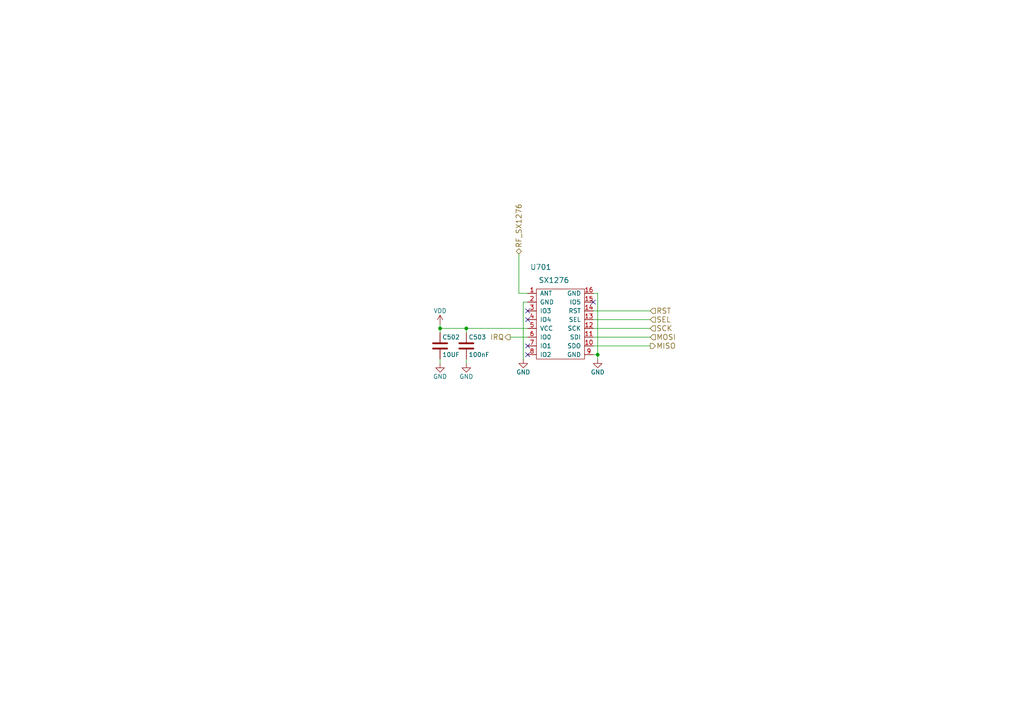
<source format=kicad_sch>
(kicad_sch
	(version 20231120)
	(generator "eeschema")
	(generator_version "8.0")
	(uuid "6b67912a-6f76-4ea7-bb4f-4e8ed72964bb")
	(paper "A4")
	(lib_symbols
		(symbol "Device:C"
			(pin_numbers hide)
			(pin_names
				(offset 0.254)
			)
			(exclude_from_sim no)
			(in_bom yes)
			(on_board yes)
			(property "Reference" "C"
				(at 0.635 2.54 0)
				(effects
					(font
						(size 1.27 1.27)
					)
					(justify left)
				)
			)
			(property "Value" "C"
				(at 0.635 -2.54 0)
				(effects
					(font
						(size 1.27 1.27)
					)
					(justify left)
				)
			)
			(property "Footprint" ""
				(at 0.9652 -3.81 0)
				(effects
					(font
						(size 1.27 1.27)
					)
					(hide yes)
				)
			)
			(property "Datasheet" "~"
				(at 0 0 0)
				(effects
					(font
						(size 1.27 1.27)
					)
					(hide yes)
				)
			)
			(property "Description" "Unpolarized capacitor"
				(at 0 0 0)
				(effects
					(font
						(size 1.27 1.27)
					)
					(hide yes)
				)
			)
			(property "ki_keywords" "cap capacitor"
				(at 0 0 0)
				(effects
					(font
						(size 1.27 1.27)
					)
					(hide yes)
				)
			)
			(property "ki_fp_filters" "C_*"
				(at 0 0 0)
				(effects
					(font
						(size 1.27 1.27)
					)
					(hide yes)
				)
			)
			(symbol "C_0_1"
				(polyline
					(pts
						(xy -2.032 -0.762) (xy 2.032 -0.762)
					)
					(stroke
						(width 0.508)
						(type default)
					)
					(fill
						(type none)
					)
				)
				(polyline
					(pts
						(xy -2.032 0.762) (xy 2.032 0.762)
					)
					(stroke
						(width 0.508)
						(type default)
					)
					(fill
						(type none)
					)
				)
			)
			(symbol "C_1_1"
				(pin passive line
					(at 0 3.81 270)
					(length 2.794)
					(name "~"
						(effects
							(font
								(size 1.27 1.27)
							)
						)
					)
					(number "1"
						(effects
							(font
								(size 1.27 1.27)
							)
						)
					)
				)
				(pin passive line
					(at 0 -3.81 90)
					(length 2.794)
					(name "~"
						(effects
							(font
								(size 1.27 1.27)
							)
						)
					)
					(number "2"
						(effects
							(font
								(size 1.27 1.27)
							)
						)
					)
				)
			)
		)
		(symbol "Luc_Kicad:SX1276"
			(pin_names
				(offset 1.016)
			)
			(exclude_from_sim no)
			(in_bom yes)
			(on_board yes)
			(property "Reference" "U"
				(at 3.81 7.62 0)
				(effects
					(font
						(size 1.524 1.524)
					)
				)
			)
			(property "Value" "SX1276"
				(at 7.62 3.81 0)
				(effects
					(font
						(size 1.524 1.524)
					)
				)
			)
			(property "Footprint" ""
				(at 0 0 0)
				(effects
					(font
						(size 1.524 1.524)
					)
					(hide yes)
				)
			)
			(property "Datasheet" ""
				(at 0 0 0)
				(effects
					(font
						(size 1.524 1.524)
					)
					(hide yes)
				)
			)
			(property "Description" ""
				(at 0 0 0)
				(effects
					(font
						(size 1.27 1.27)
					)
					(hide yes)
				)
			)
			(symbol "SX1276_0_1"
				(rectangle
					(start 2.54 1.27)
					(end 16.51 -19.05)
					(stroke
						(width 0)
						(type solid)
					)
					(fill
						(type none)
					)
				)
			)
			(symbol "SX1276_1_1"
				(pin passive line
					(at 0 0 0)
					(length 2.54)
					(name "ANT"
						(effects
							(font
								(size 1.27 1.27)
							)
						)
					)
					(number "1"
						(effects
							(font
								(size 1.27 1.27)
							)
						)
					)
				)
				(pin passive line
					(at 19.05 -15.24 180)
					(length 2.54)
					(name "SDO"
						(effects
							(font
								(size 1.27 1.27)
							)
						)
					)
					(number "10"
						(effects
							(font
								(size 1.27 1.27)
							)
						)
					)
				)
				(pin passive line
					(at 19.05 -12.7 180)
					(length 2.54)
					(name "SDI"
						(effects
							(font
								(size 1.27 1.27)
							)
						)
					)
					(number "11"
						(effects
							(font
								(size 1.27 1.27)
							)
						)
					)
				)
				(pin passive line
					(at 19.05 -10.16 180)
					(length 2.54)
					(name "SCK"
						(effects
							(font
								(size 1.27 1.27)
							)
						)
					)
					(number "12"
						(effects
							(font
								(size 1.27 1.27)
							)
						)
					)
				)
				(pin passive line
					(at 19.05 -7.62 180)
					(length 2.54)
					(name "SEL"
						(effects
							(font
								(size 1.27 1.27)
							)
						)
					)
					(number "13"
						(effects
							(font
								(size 1.27 1.27)
							)
						)
					)
				)
				(pin passive line
					(at 19.05 -5.08 180)
					(length 2.54)
					(name "RST"
						(effects
							(font
								(size 1.27 1.27)
							)
						)
					)
					(number "14"
						(effects
							(font
								(size 1.27 1.27)
							)
						)
					)
				)
				(pin passive line
					(at 19.05 -2.54 180)
					(length 2.54)
					(name "IO5"
						(effects
							(font
								(size 1.27 1.27)
							)
						)
					)
					(number "15"
						(effects
							(font
								(size 1.27 1.27)
							)
						)
					)
				)
				(pin passive line
					(at 19.05 0 180)
					(length 2.54)
					(name "GND"
						(effects
							(font
								(size 1.27 1.27)
							)
						)
					)
					(number "16"
						(effects
							(font
								(size 1.27 1.27)
							)
						)
					)
				)
				(pin passive line
					(at 0 -2.54 0)
					(length 2.54)
					(name "GND"
						(effects
							(font
								(size 1.27 1.27)
							)
						)
					)
					(number "2"
						(effects
							(font
								(size 1.27 1.27)
							)
						)
					)
				)
				(pin passive line
					(at 0 -5.08 0)
					(length 2.54)
					(name "IO3"
						(effects
							(font
								(size 1.27 1.27)
							)
						)
					)
					(number "3"
						(effects
							(font
								(size 1.27 1.27)
							)
						)
					)
				)
				(pin passive line
					(at 0 -7.62 0)
					(length 2.54)
					(name "IO4"
						(effects
							(font
								(size 1.27 1.27)
							)
						)
					)
					(number "4"
						(effects
							(font
								(size 1.27 1.27)
							)
						)
					)
				)
				(pin passive line
					(at 0 -10.16 0)
					(length 2.54)
					(name "VCC"
						(effects
							(font
								(size 1.27 1.27)
							)
						)
					)
					(number "5"
						(effects
							(font
								(size 1.27 1.27)
							)
						)
					)
				)
				(pin passive line
					(at 0 -12.7 0)
					(length 2.54)
					(name "IO0"
						(effects
							(font
								(size 1.27 1.27)
							)
						)
					)
					(number "6"
						(effects
							(font
								(size 1.27 1.27)
							)
						)
					)
				)
				(pin passive line
					(at 0 -15.24 0)
					(length 2.54)
					(name "IO1"
						(effects
							(font
								(size 1.27 1.27)
							)
						)
					)
					(number "7"
						(effects
							(font
								(size 1.27 1.27)
							)
						)
					)
				)
				(pin passive line
					(at 0 -17.78 0)
					(length 2.54)
					(name "IO2"
						(effects
							(font
								(size 1.27 1.27)
							)
						)
					)
					(number "8"
						(effects
							(font
								(size 1.27 1.27)
							)
						)
					)
				)
				(pin passive line
					(at 19.05 -17.78 180)
					(length 2.54)
					(name "GND"
						(effects
							(font
								(size 1.27 1.27)
							)
						)
					)
					(number "9"
						(effects
							(font
								(size 1.27 1.27)
							)
						)
					)
				)
			)
		)
		(symbol "power:GND"
			(power)
			(pin_names
				(offset 0)
			)
			(exclude_from_sim no)
			(in_bom yes)
			(on_board yes)
			(property "Reference" "#PWR"
				(at 0 -6.35 0)
				(effects
					(font
						(size 1.27 1.27)
					)
					(hide yes)
				)
			)
			(property "Value" "GND"
				(at 0 -3.81 0)
				(effects
					(font
						(size 1.27 1.27)
					)
				)
			)
			(property "Footprint" ""
				(at 0 0 0)
				(effects
					(font
						(size 1.27 1.27)
					)
					(hide yes)
				)
			)
			(property "Datasheet" ""
				(at 0 0 0)
				(effects
					(font
						(size 1.27 1.27)
					)
					(hide yes)
				)
			)
			(property "Description" "Power symbol creates a global label with name \"GND\" , ground"
				(at 0 0 0)
				(effects
					(font
						(size 1.27 1.27)
					)
					(hide yes)
				)
			)
			(property "ki_keywords" "global power"
				(at 0 0 0)
				(effects
					(font
						(size 1.27 1.27)
					)
					(hide yes)
				)
			)
			(symbol "GND_0_1"
				(polyline
					(pts
						(xy 0 0) (xy 0 -1.27) (xy 1.27 -1.27) (xy 0 -2.54) (xy -1.27 -1.27) (xy 0 -1.27)
					)
					(stroke
						(width 0)
						(type default)
					)
					(fill
						(type none)
					)
				)
			)
			(symbol "GND_1_1"
				(pin power_in line
					(at 0 0 270)
					(length 0) hide
					(name "GND"
						(effects
							(font
								(size 1.27 1.27)
							)
						)
					)
					(number "1"
						(effects
							(font
								(size 1.27 1.27)
							)
						)
					)
				)
			)
		)
		(symbol "power:VDD"
			(power)
			(pin_names
				(offset 0)
			)
			(exclude_from_sim no)
			(in_bom yes)
			(on_board yes)
			(property "Reference" "#PWR"
				(at 0 -3.81 0)
				(effects
					(font
						(size 1.27 1.27)
					)
					(hide yes)
				)
			)
			(property "Value" "VDD"
				(at 0 3.81 0)
				(effects
					(font
						(size 1.27 1.27)
					)
				)
			)
			(property "Footprint" ""
				(at 0 0 0)
				(effects
					(font
						(size 1.27 1.27)
					)
					(hide yes)
				)
			)
			(property "Datasheet" ""
				(at 0 0 0)
				(effects
					(font
						(size 1.27 1.27)
					)
					(hide yes)
				)
			)
			(property "Description" "Power symbol creates a global label with name \"VDD\""
				(at 0 0 0)
				(effects
					(font
						(size 1.27 1.27)
					)
					(hide yes)
				)
			)
			(property "ki_keywords" "global power"
				(at 0 0 0)
				(effects
					(font
						(size 1.27 1.27)
					)
					(hide yes)
				)
			)
			(symbol "VDD_0_1"
				(polyline
					(pts
						(xy -0.762 1.27) (xy 0 2.54)
					)
					(stroke
						(width 0)
						(type default)
					)
					(fill
						(type none)
					)
				)
				(polyline
					(pts
						(xy 0 0) (xy 0 2.54)
					)
					(stroke
						(width 0)
						(type default)
					)
					(fill
						(type none)
					)
				)
				(polyline
					(pts
						(xy 0 2.54) (xy 0.762 1.27)
					)
					(stroke
						(width 0)
						(type default)
					)
					(fill
						(type none)
					)
				)
			)
			(symbol "VDD_1_1"
				(pin power_in line
					(at 0 0 90)
					(length 0) hide
					(name "VDD"
						(effects
							(font
								(size 1.27 1.27)
							)
						)
					)
					(number "1"
						(effects
							(font
								(size 1.27 1.27)
							)
						)
					)
				)
			)
		)
	)
	(junction
		(at 135.255 95.25)
		(diameter 0)
		(color 0 0 0 0)
		(uuid "da2a6f73-557c-463a-8dd4-02e25dc1bf7a")
	)
	(junction
		(at 127.635 95.25)
		(diameter 0)
		(color 0 0 0 0)
		(uuid "e86a8e3f-3eb8-4525-b4d5-167d9b2b1bcd")
	)
	(junction
		(at 173.355 102.87)
		(diameter 0)
		(color 0 0 0 0)
		(uuid "f9991eb7-df75-4ace-a7d5-17a4f5cc2d7f")
	)
	(no_connect
		(at 153.035 102.87)
		(uuid "0ef68d8a-9ba9-44ac-b945-ae9cc12dd0f2")
	)
	(no_connect
		(at 153.035 92.71)
		(uuid "15fa730a-576a-4625-9cc9-fc57857f3944")
	)
	(no_connect
		(at 153.035 90.17)
		(uuid "4a930009-59c7-4403-a3e7-f7b3d0e952c0")
	)
	(no_connect
		(at 172.085 87.63)
		(uuid "4dc065c9-24b0-4beb-ac32-9b28da3bef50")
	)
	(no_connect
		(at 153.035 100.33)
		(uuid "6b8673de-666c-4d54-a0f2-02c586cf30f4")
	)
	(wire
		(pts
			(xy 172.085 102.87) (xy 173.355 102.87)
		)
		(stroke
			(width 0)
			(type default)
		)
		(uuid "16ec7b2f-f13e-4085-b55d-662a0bb18743")
	)
	(wire
		(pts
			(xy 151.765 87.63) (xy 153.035 87.63)
		)
		(stroke
			(width 0)
			(type default)
		)
		(uuid "19c93297-c855-4ed1-a4bf-1cba79efc760")
	)
	(wire
		(pts
			(xy 127.635 95.25) (xy 135.255 95.25)
		)
		(stroke
			(width 0)
			(type default)
		)
		(uuid "2403f130-3d6a-4894-9146-a4d579fb3f8f")
	)
	(wire
		(pts
			(xy 172.085 95.25) (xy 188.595 95.25)
		)
		(stroke
			(width 0)
			(type default)
		)
		(uuid "24d3b2ad-23ea-4b55-be18-5d2239a92de2")
	)
	(wire
		(pts
			(xy 135.255 105.41) (xy 135.255 104.14)
		)
		(stroke
			(width 0)
			(type default)
		)
		(uuid "2c880ec6-966d-4c8d-a511-c8089fbf8b2b")
	)
	(wire
		(pts
			(xy 173.355 102.87) (xy 173.355 104.14)
		)
		(stroke
			(width 0)
			(type default)
		)
		(uuid "2de50c28-30ea-4c99-b933-c8097ab8d56c")
	)
	(wire
		(pts
			(xy 147.955 97.79) (xy 153.035 97.79)
		)
		(stroke
			(width 0)
			(type default)
		)
		(uuid "3bb8a9de-d8ff-4d31-ab6b-35e9f244b817")
	)
	(wire
		(pts
			(xy 172.085 92.71) (xy 188.595 92.71)
		)
		(stroke
			(width 0)
			(type default)
		)
		(uuid "46be3f6a-65a6-46f3-9049-7140a4237e1e")
	)
	(wire
		(pts
			(xy 150.495 73.66) (xy 150.495 85.09)
		)
		(stroke
			(width 0)
			(type default)
		)
		(uuid "5a935209-160f-4fb6-8f06-1e6fd123cb49")
	)
	(wire
		(pts
			(xy 172.085 100.33) (xy 188.595 100.33)
		)
		(stroke
			(width 0)
			(type default)
		)
		(uuid "5bfbada4-1cca-4447-b1bf-60262b302b0c")
	)
	(wire
		(pts
			(xy 127.635 105.41) (xy 127.635 104.14)
		)
		(stroke
			(width 0)
			(type default)
		)
		(uuid "829e2dbf-44b3-430b-bba4-8468f10a74b1")
	)
	(wire
		(pts
			(xy 172.085 90.17) (xy 188.595 90.17)
		)
		(stroke
			(width 0)
			(type default)
		)
		(uuid "889bc922-eb80-4d7e-a0b0-32a13715666b")
	)
	(wire
		(pts
			(xy 151.765 104.14) (xy 151.765 87.63)
		)
		(stroke
			(width 0)
			(type default)
		)
		(uuid "8efd3bdc-6ef8-4e49-989b-617ca558176f")
	)
	(wire
		(pts
			(xy 173.355 85.09) (xy 173.355 102.87)
		)
		(stroke
			(width 0)
			(type default)
		)
		(uuid "92a3458a-5346-4af2-a864-aaf5f56a7599")
	)
	(wire
		(pts
			(xy 173.355 85.09) (xy 172.085 85.09)
		)
		(stroke
			(width 0)
			(type default)
		)
		(uuid "94be1257-b296-4dcd-a827-15a1c1c23e3b")
	)
	(wire
		(pts
			(xy 127.635 95.25) (xy 127.635 96.52)
		)
		(stroke
			(width 0)
			(type default)
		)
		(uuid "a8caa2ec-9453-4100-aa7e-79939bd04a4f")
	)
	(wire
		(pts
			(xy 127.635 93.98) (xy 127.635 95.25)
		)
		(stroke
			(width 0)
			(type default)
		)
		(uuid "c4465409-7c8e-4a28-b2ab-948cbdd9db63")
	)
	(wire
		(pts
			(xy 135.255 95.25) (xy 153.035 95.25)
		)
		(stroke
			(width 0)
			(type default)
		)
		(uuid "cf720ed3-88f7-431c-8a90-30b892f6a25d")
	)
	(wire
		(pts
			(xy 135.255 95.25) (xy 135.255 96.52)
		)
		(stroke
			(width 0)
			(type default)
		)
		(uuid "e587bbc1-2cdf-4152-bd53-3c7f8024ea4b")
	)
	(wire
		(pts
			(xy 172.085 97.79) (xy 188.595 97.79)
		)
		(stroke
			(width 0)
			(type default)
		)
		(uuid "e5d460c7-ad95-42e1-82ce-178ca4940f2c")
	)
	(wire
		(pts
			(xy 150.495 85.09) (xy 153.035 85.09)
		)
		(stroke
			(width 0)
			(type default)
		)
		(uuid "f4cc0bac-f6e0-4909-9af9-72b096693bc6")
	)
	(hierarchical_label "MISO"
		(shape output)
		(at 188.595 100.33 0)
		(fields_autoplaced yes)
		(effects
			(font
				(size 1.524 1.524)
			)
			(justify left)
		)
		(uuid "1171aaf3-f448-4545-bfea-9ee21137df4f")
	)
	(hierarchical_label "SCK"
		(shape input)
		(at 188.595 95.25 0)
		(fields_autoplaced yes)
		(effects
			(font
				(size 1.524 1.524)
			)
			(justify left)
		)
		(uuid "1ccc63fc-698f-4b23-86b4-ab6943952193")
	)
	(hierarchical_label "MOSI"
		(shape input)
		(at 188.595 97.79 0)
		(fields_autoplaced yes)
		(effects
			(font
				(size 1.524 1.524)
			)
			(justify left)
		)
		(uuid "43eb94b5-520d-411e-b3c0-a9436fdb0bf5")
	)
	(hierarchical_label "RF_SX1276"
		(shape bidirectional)
		(at 150.495 73.66 90)
		(fields_autoplaced yes)
		(effects
			(font
				(size 1.524 1.524)
			)
			(justify left)
		)
		(uuid "8fc6d211-625b-4fe0-8fc2-a46c02907160")
	)
	(hierarchical_label "RST"
		(shape input)
		(at 188.595 90.17 0)
		(fields_autoplaced yes)
		(effects
			(font
				(size 1.524 1.524)
			)
			(justify left)
		)
		(uuid "a6f4c0c7-7bbc-4dc2-9b16-c2c1d05cb7d7")
	)
	(hierarchical_label "IRQ"
		(shape output)
		(at 147.955 97.79 180)
		(fields_autoplaced yes)
		(effects
			(font
				(size 1.524 1.524)
			)
			(justify right)
		)
		(uuid "e529069d-135b-4708-b2a6-11fb527c594d")
	)
	(hierarchical_label "SEL"
		(shape input)
		(at 188.595 92.71 0)
		(fields_autoplaced yes)
		(effects
			(font
				(size 1.524 1.524)
			)
			(justify left)
		)
		(uuid "fda0f3fe-00cf-4b77-812e-3f6e85de15d2")
	)
	(symbol
		(lib_id "Device:C")
		(at 135.255 100.33 0)
		(unit 1)
		(exclude_from_sim no)
		(in_bom yes)
		(on_board yes)
		(dnp no)
		(uuid "09aa39cc-f80e-4979-b88a-f4c0bbee0646")
		(property "Reference" "C503"
			(at 135.89 97.79 0)
			(effects
				(font
					(size 1.27 1.27)
				)
				(justify left)
			)
		)
		(property "Value" "100nF"
			(at 135.89 102.87 0)
			(effects
				(font
					(size 1.27 1.27)
				)
				(justify left)
			)
		)
		(property "Footprint" "Luc_Kicad:CMS_1206"
			(at 136.2202 104.14 0)
			(effects
				(font
					(size 1.27 1.27)
				)
				(hide yes)
			)
		)
		(property "Datasheet" ""
			(at 135.255 100.33 0)
			(effects
				(font
					(size 1.27 1.27)
				)
				(hide yes)
			)
		)
		(property "Description" ""
			(at 135.255 100.33 0)
			(effects
				(font
					(size 1.27 1.27)
				)
				(hide yes)
			)
		)
		(property "Article" "-"
			(at 135.255 100.33 0)
			(effects
				(font
					(size 1.524 1.524)
				)
				(hide yes)
			)
		)
		(property "Fab 1" "-"
			(at 135.255 100.33 0)
			(effects
				(font
					(size 1.524 1.524)
				)
				(hide yes)
			)
		)
		(property "Ref Fab 1" "-"
			(at 135.255 100.33 0)
			(effects
				(font
					(size 1.524 1.524)
				)
				(hide yes)
			)
		)
		(property "Fab 2" "-"
			(at 135.255 100.33 0)
			(effects
				(font
					(size 1.524 1.524)
				)
				(hide yes)
			)
		)
		(property "Ref Fab 2" "-"
			(at 135.255 100.33 0)
			(effects
				(font
					(size 1.524 1.524)
				)
				(hide yes)
			)
		)
		(property "Fournisseur" "-"
			(at 135.255 100.33 0)
			(effects
				(font
					(size 1.524 1.524)
				)
				(hide yes)
			)
		)
		(property "Ref Fournisseur" "-"
			(at 135.255 100.33 0)
			(effects
				(font
					(size 1.524 1.524)
				)
				(hide yes)
			)
		)
		(property "A Monter" "Oui"
			(at 135.255 100.33 0)
			(effects
				(font
					(size 1.524 1.524)
				)
				(hide yes)
			)
		)
		(pin "1"
			(uuid "a6b2e0f1-ecd2-4d48-b16b-36efefc24232")
		)
		(pin "2"
			(uuid "35e1cac0-0f78-4ead-8ad8-87b27dfaff1a")
		)
		(instances
			(project "PoulTryMonitoring V3-4"
				(path "/71962616-703a-4f3e-b897-dd3f13246214/00000000-0000-0000-0000-00005c17c4ee"
					(reference "C503")
					(unit 1)
				)
			)
			(project "EcranTFT2.8"
				(path "/dbada24b-ff3e-46c1-af93-5602227a7947/eb45ba98-7bb0-4adb-9af8-3add90537402"
					(reference "C302")
					(unit 1)
				)
			)
		)
	)
	(symbol
		(lib_id "power:VDD")
		(at 127.635 93.98 0)
		(unit 1)
		(exclude_from_sim no)
		(in_bom yes)
		(on_board yes)
		(dnp no)
		(uuid "1c000445-85d1-4394-9c4d-f57420bfd10d")
		(property "Reference" "#PWR0501"
			(at 127.635 97.79 0)
			(effects
				(font
					(size 1.27 1.27)
				)
				(hide yes)
			)
		)
		(property "Value" "VDD"
			(at 127.635 90.17 0)
			(effects
				(font
					(size 1.27 1.27)
				)
			)
		)
		(property "Footprint" ""
			(at 127.635 93.98 0)
			(effects
				(font
					(size 1.27 1.27)
				)
				(hide yes)
			)
		)
		(property "Datasheet" ""
			(at 127.635 93.98 0)
			(effects
				(font
					(size 1.27 1.27)
				)
				(hide yes)
			)
		)
		(property "Description" ""
			(at 127.635 93.98 0)
			(effects
				(font
					(size 1.27 1.27)
				)
				(hide yes)
			)
		)
		(pin "1"
			(uuid "a686b802-94c7-404b-b546-aa2f94916eef")
		)
		(instances
			(project "PoulTryMonitoring V3-4"
				(path "/71962616-703a-4f3e-b897-dd3f13246214/00000000-0000-0000-0000-00005c17c4ee"
					(reference "#PWR0501")
					(unit 1)
				)
			)
			(project "EcranTFT2.8"
				(path "/dbada24b-ff3e-46c1-af93-5602227a7947/eb45ba98-7bb0-4adb-9af8-3add90537402"
					(reference "#PWR0301")
					(unit 1)
				)
			)
		)
	)
	(symbol
		(lib_id "Device:C")
		(at 127.635 100.33 0)
		(unit 1)
		(exclude_from_sim no)
		(in_bom yes)
		(on_board yes)
		(dnp no)
		(uuid "354064dc-6cb5-468d-a7be-cafa867f4044")
		(property "Reference" "C502"
			(at 128.27 97.79 0)
			(effects
				(font
					(size 1.27 1.27)
				)
				(justify left)
			)
		)
		(property "Value" "10UF"
			(at 128.27 102.87 0)
			(effects
				(font
					(size 1.27 1.27)
				)
				(justify left)
			)
		)
		(property "Footprint" "Luc_Kicad:CMS_1206"
			(at 128.6002 104.14 0)
			(effects
				(font
					(size 1.27 1.27)
				)
				(hide yes)
			)
		)
		(property "Datasheet" ""
			(at 127.635 100.33 0)
			(effects
				(font
					(size 1.27 1.27)
				)
				(hide yes)
			)
		)
		(property "Description" ""
			(at 127.635 100.33 0)
			(effects
				(font
					(size 1.27 1.27)
				)
				(hide yes)
			)
		)
		(property "Article" "-"
			(at 127.635 100.33 0)
			(effects
				(font
					(size 1.524 1.524)
				)
				(hide yes)
			)
		)
		(property "Fab 1" "-"
			(at 127.635 100.33 0)
			(effects
				(font
					(size 1.524 1.524)
				)
				(hide yes)
			)
		)
		(property "Ref Fab 1" "-"
			(at 127.635 100.33 0)
			(effects
				(font
					(size 1.524 1.524)
				)
				(hide yes)
			)
		)
		(property "Fab 2" "-"
			(at 127.635 100.33 0)
			(effects
				(font
					(size 1.524 1.524)
				)
				(hide yes)
			)
		)
		(property "Ref Fab 2" "-"
			(at 127.635 100.33 0)
			(effects
				(font
					(size 1.524 1.524)
				)
				(hide yes)
			)
		)
		(property "Fournisseur" "-"
			(at 127.635 100.33 0)
			(effects
				(font
					(size 1.524 1.524)
				)
				(hide yes)
			)
		)
		(property "Ref Fournisseur" "-"
			(at 127.635 100.33 0)
			(effects
				(font
					(size 1.524 1.524)
				)
				(hide yes)
			)
		)
		(property "A Monter" "Oui"
			(at 127.635 100.33 0)
			(effects
				(font
					(size 1.524 1.524)
				)
				(hide yes)
			)
		)
		(pin "1"
			(uuid "30c5bb86-da60-42a6-82d4-58f091468077")
		)
		(pin "2"
			(uuid "37308d6d-f585-44b7-9508-58825a5bd1a3")
		)
		(instances
			(project "PoulTryMonitoring V3-4"
				(path "/71962616-703a-4f3e-b897-dd3f13246214/00000000-0000-0000-0000-00005c17c4ee"
					(reference "C502")
					(unit 1)
				)
			)
			(project "EcranTFT2.8"
				(path "/dbada24b-ff3e-46c1-af93-5602227a7947/eb45ba98-7bb0-4adb-9af8-3add90537402"
					(reference "C301")
					(unit 1)
				)
			)
		)
	)
	(symbol
		(lib_id "power:GND")
		(at 127.635 105.41 0)
		(unit 1)
		(exclude_from_sim no)
		(in_bom yes)
		(on_board yes)
		(dnp no)
		(uuid "4d8d337a-d8e2-4e90-8a2c-94d6b53c7662")
		(property "Reference" "#PWR0502"
			(at 127.635 111.76 0)
			(effects
				(font
					(size 1.27 1.27)
				)
				(hide yes)
			)
		)
		(property "Value" "GND"
			(at 127.635 109.22 0)
			(effects
				(font
					(size 1.27 1.27)
				)
			)
		)
		(property "Footprint" ""
			(at 127.635 105.41 0)
			(effects
				(font
					(size 1.27 1.27)
				)
				(hide yes)
			)
		)
		(property "Datasheet" ""
			(at 127.635 105.41 0)
			(effects
				(font
					(size 1.27 1.27)
				)
				(hide yes)
			)
		)
		(property "Description" ""
			(at 127.635 105.41 0)
			(effects
				(font
					(size 1.27 1.27)
				)
				(hide yes)
			)
		)
		(pin "1"
			(uuid "0bd25ae6-d2a0-4f0c-aaf0-5bbb2ef6f61f")
		)
		(instances
			(project "PoulTryMonitoring V3-4"
				(path "/71962616-703a-4f3e-b897-dd3f13246214/00000000-0000-0000-0000-00005c17c4ee"
					(reference "#PWR0502")
					(unit 1)
				)
			)
			(project "EcranTFT2.8"
				(path "/dbada24b-ff3e-46c1-af93-5602227a7947/eb45ba98-7bb0-4adb-9af8-3add90537402"
					(reference "#PWR0302")
					(unit 1)
				)
			)
		)
	)
	(symbol
		(lib_id "Luc_Kicad:SX1276")
		(at 153.035 85.09 0)
		(unit 1)
		(exclude_from_sim no)
		(in_bom yes)
		(on_board yes)
		(dnp no)
		(uuid "546785a5-7d96-4863-a922-106a3ef95263")
		(property "Reference" "U701"
			(at 156.845 77.47 0)
			(effects
				(font
					(size 1.524 1.524)
				)
			)
		)
		(property "Value" "SX1276"
			(at 160.655 81.28 0)
			(effects
				(font
					(size 1.524 1.524)
				)
			)
		)
		(property "Footprint" "Luc_Kicad:SX1276"
			(at 153.035 85.09 0)
			(effects
				(font
					(size 1.524 1.524)
				)
				(hide yes)
			)
		)
		(property "Datasheet" ""
			(at 153.035 85.09 0)
			(effects
				(font
					(size 1.524 1.524)
				)
				(hide yes)
			)
		)
		(property "Description" ""
			(at 153.035 85.09 0)
			(effects
				(font
					(size 1.27 1.27)
				)
				(hide yes)
			)
		)
		(property "Article" "-"
			(at 153.035 85.09 0)
			(effects
				(font
					(size 1.524 1.524)
				)
				(hide yes)
			)
		)
		(property "Fab 1" "-"
			(at 153.035 85.09 0)
			(effects
				(font
					(size 1.524 1.524)
				)
				(hide yes)
			)
		)
		(property "Ref Fab 1" "-"
			(at 153.035 85.09 0)
			(effects
				(font
					(size 1.524 1.524)
				)
				(hide yes)
			)
		)
		(property "Fab 2" "-"
			(at 153.035 85.09 0)
			(effects
				(font
					(size 1.524 1.524)
				)
				(hide yes)
			)
		)
		(property "Ref Fab 2" "-"
			(at 153.035 85.09 0)
			(effects
				(font
					(size 1.524 1.524)
				)
				(hide yes)
			)
		)
		(property "Fournisseur" "ebay"
			(at 153.035 85.09 0)
			(effects
				(font
					(size 1.524 1.524)
				)
				(hide yes)
			)
		)
		(property "Ref Fournisseur" "HPD13A"
			(at 153.035 85.09 0)
			(effects
				(font
					(size 1.524 1.524)
				)
				(hide yes)
			)
		)
		(property "A Monter" "Oui"
			(at 153.035 85.09 0)
			(effects
				(font
					(size 1.524 1.524)
				)
				(hide yes)
			)
		)
		(property "PV" "5"
			(at 153.035 85.09 0)
			(effects
				(font
					(size 1.524 1.524)
				)
				(hide yes)
			)
		)
		(pin "1"
			(uuid "296e0c9b-6745-4c90-9990-d91185c147d8")
		)
		(pin "10"
			(uuid "41d08ae7-4091-42f3-8ac0-679ec230fa14")
		)
		(pin "11"
			(uuid "4f153483-c7d6-4c73-a9e3-f0f5d7eb3690")
		)
		(pin "12"
			(uuid "2505692f-03c4-4821-aa70-e8287b9b7e8f")
		)
		(pin "13"
			(uuid "695f591f-e288-4147-a22a-eedf76d75a79")
		)
		(pin "14"
			(uuid "f390c3b8-c552-4e40-a5ff-9b758318d276")
		)
		(pin "15"
			(uuid "3823bb38-35b2-4051-b35b-f0280e29dbfe")
		)
		(pin "16"
			(uuid "6f11bf99-55bd-495f-a71f-49952e00dff8")
		)
		(pin "2"
			(uuid "2a71f7f4-6db7-4c97-9bdc-3256fe78ddfb")
		)
		(pin "3"
			(uuid "e46cd410-3c39-4915-869b-3d96700dc116")
		)
		(pin "4"
			(uuid "c2c9066b-d135-42da-a4c8-7ae68adba2fa")
		)
		(pin "5"
			(uuid "44047a45-83c3-4542-b00e-b265b5b3a37a")
		)
		(pin "6"
			(uuid "30075762-3ddb-464d-b0e3-67216c50780a")
		)
		(pin "7"
			(uuid "51ec86c1-0e27-4e0c-89e4-eb1073a84239")
		)
		(pin "8"
			(uuid "80fb0a0a-41e3-4e4c-9ec6-4b6760b9503d")
		)
		(pin "9"
			(uuid "e276b784-cced-4cef-a261-77621b098c3f")
		)
		(instances
			(project "PoulTryMonitoring V3-4"
				(path "/71962616-703a-4f3e-b897-dd3f13246214/00000000-0000-0000-0000-00005c17c4ee"
					(reference "U701")
					(unit 1)
				)
			)
			(project "EcranTFT2.8"
				(path "/dbada24b-ff3e-46c1-af93-5602227a7947/eb45ba98-7bb0-4adb-9af8-3add90537402"
					(reference "U301")
					(unit 1)
				)
			)
		)
	)
	(symbol
		(lib_id "power:GND")
		(at 135.255 105.41 0)
		(unit 1)
		(exclude_from_sim no)
		(in_bom yes)
		(on_board yes)
		(dnp no)
		(uuid "9ba5838e-5022-4aa0-9b9d-d73ecf6c51d1")
		(property "Reference" "#PWR0503"
			(at 135.255 111.76 0)
			(effects
				(font
					(size 1.27 1.27)
				)
				(hide yes)
			)
		)
		(property "Value" "GND"
			(at 135.255 109.22 0)
			(effects
				(font
					(size 1.27 1.27)
				)
			)
		)
		(property "Footprint" ""
			(at 135.255 105.41 0)
			(effects
				(font
					(size 1.27 1.27)
				)
				(hide yes)
			)
		)
		(property "Datasheet" ""
			(at 135.255 105.41 0)
			(effects
				(font
					(size 1.27 1.27)
				)
				(hide yes)
			)
		)
		(property "Description" ""
			(at 135.255 105.41 0)
			(effects
				(font
					(size 1.27 1.27)
				)
				(hide yes)
			)
		)
		(pin "1"
			(uuid "26007dbb-1ea4-4297-b3b7-dff1d5b606d3")
		)
		(instances
			(project "PoulTryMonitoring V3-4"
				(path "/71962616-703a-4f3e-b897-dd3f13246214/00000000-0000-0000-0000-00005c17c4ee"
					(reference "#PWR0503")
					(unit 1)
				)
			)
			(project "EcranTFT2.8"
				(path "/dbada24b-ff3e-46c1-af93-5602227a7947/eb45ba98-7bb0-4adb-9af8-3add90537402"
					(reference "#PWR0303")
					(unit 1)
				)
			)
		)
	)
	(symbol
		(lib_id "power:GND")
		(at 151.765 104.14 0)
		(unit 1)
		(exclude_from_sim no)
		(in_bom yes)
		(on_board yes)
		(dnp no)
		(uuid "b7421a8d-e482-413b-a429-890c0d6a8681")
		(property "Reference" "#PWR058"
			(at 151.765 110.49 0)
			(effects
				(font
					(size 1.27 1.27)
				)
				(hide yes)
			)
		)
		(property "Value" "GND"
			(at 151.765 107.95 0)
			(effects
				(font
					(size 1.27 1.27)
				)
			)
		)
		(property "Footprint" ""
			(at 151.765 104.14 0)
			(effects
				(font
					(size 1.27 1.27)
				)
				(hide yes)
			)
		)
		(property "Datasheet" ""
			(at 151.765 104.14 0)
			(effects
				(font
					(size 1.27 1.27)
				)
				(hide yes)
			)
		)
		(property "Description" ""
			(at 151.765 104.14 0)
			(effects
				(font
					(size 1.27 1.27)
				)
				(hide yes)
			)
		)
		(pin "1"
			(uuid "de2c4f5c-f22e-4829-b814-a1a823c0f0f0")
		)
		(instances
			(project "PoulTryMonitoring V3-4"
				(path "/71962616-703a-4f3e-b897-dd3f13246214/00000000-0000-0000-0000-00005c17c4ee"
					(reference "#PWR058")
					(unit 1)
				)
			)
			(project "EcranTFT2.8"
				(path "/dbada24b-ff3e-46c1-af93-5602227a7947/eb45ba98-7bb0-4adb-9af8-3add90537402"
					(reference "#PWR0304")
					(unit 1)
				)
			)
		)
	)
	(symbol
		(lib_id "power:GND")
		(at 173.355 104.14 0)
		(unit 1)
		(exclude_from_sim no)
		(in_bom yes)
		(on_board yes)
		(dnp no)
		(uuid "e3f3577c-5bd9-4245-92de-6e41f1824d90")
		(property "Reference" "#PWR057"
			(at 173.355 110.49 0)
			(effects
				(font
					(size 1.27 1.27)
				)
				(hide yes)
			)
		)
		(property "Value" "GND"
			(at 173.355 107.95 0)
			(effects
				(font
					(size 1.27 1.27)
				)
			)
		)
		(property "Footprint" ""
			(at 173.355 104.14 0)
			(effects
				(font
					(size 1.27 1.27)
				)
				(hide yes)
			)
		)
		(property "Datasheet" ""
			(at 173.355 104.14 0)
			(effects
				(font
					(size 1.27 1.27)
				)
				(hide yes)
			)
		)
		(property "Description" ""
			(at 173.355 104.14 0)
			(effects
				(font
					(size 1.27 1.27)
				)
				(hide yes)
			)
		)
		(pin "1"
			(uuid "a7b6a6a6-f235-4448-89a6-8f5381fa75c4")
		)
		(instances
			(project "PoulTryMonitoring V3-4"
				(path "/71962616-703a-4f3e-b897-dd3f13246214/00000000-0000-0000-0000-00005c17c4ee"
					(reference "#PWR057")
					(unit 1)
				)
			)
			(project "EcranTFT2.8"
				(path "/dbada24b-ff3e-46c1-af93-5602227a7947/eb45ba98-7bb0-4adb-9af8-3add90537402"
					(reference "#PWR0305")
					(unit 1)
				)
			)
		)
	)
)

</source>
